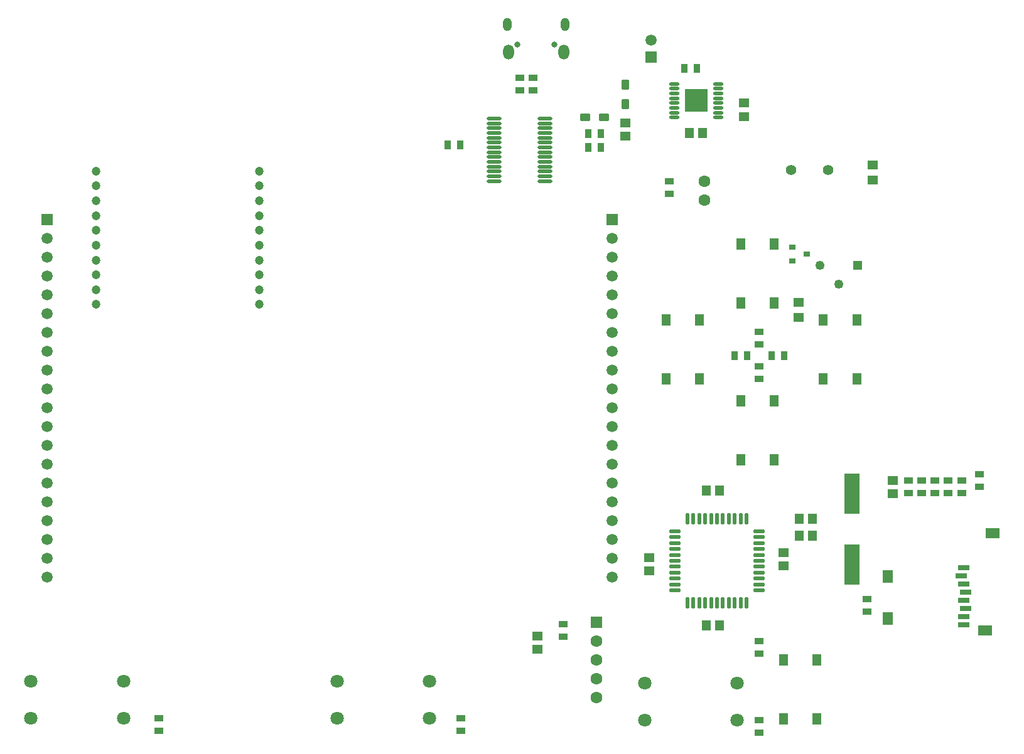
<source format=gbr>
%TF.GenerationSoftware,Altium Limited,Altium Designer,21.6.1 (37)*%
G04 Layer_Color=255*
%FSLAX43Y43*%
%MOMM*%
%TF.SameCoordinates,2DC9C271-DD38-4FBD-9B37-034AA9505664*%
%TF.FilePolarity,Positive*%
%TF.FileFunction,Pads,Top*%
%TF.Part,Single*%
G01*
G75*
%TA.AperFunction,SMDPad,CuDef*%
%ADD10R,1.300X1.550*%
G04:AMPARAMS|DCode=11|XSize=1.4mm|YSize=1mm|CornerRadius=0.2mm|HoleSize=0mm|Usage=FLASHONLY|Rotation=90.000|XOffset=0mm|YOffset=0mm|HoleType=Round|Shape=RoundedRectangle|*
%AMROUNDEDRECTD11*
21,1,1.400,0.600,0,0,90.0*
21,1,1.000,1.000,0,0,90.0*
1,1,0.400,0.300,0.500*
1,1,0.400,0.300,-0.500*
1,1,0.400,-0.300,-0.500*
1,1,0.400,-0.300,0.500*
%
%ADD11ROUNDEDRECTD11*%
%ADD12R,1.400X1.200*%
%ADD13R,1.450X1.200*%
%ADD14R,2.000X5.500*%
%ADD15R,1.300X0.850*%
%ADD16R,1.500X0.800*%
%ADD17R,1.900X1.400*%
%ADD18R,1.400X1.800*%
%ADD19O,1.600X0.550*%
%ADD20O,0.550X1.600*%
G04:AMPARAMS|DCode=21|XSize=1.4mm|YSize=1mm|CornerRadius=0.2mm|HoleSize=0mm|Usage=FLASHONLY|Rotation=0.000|XOffset=0mm|YOffset=0mm|HoleType=Round|Shape=RoundedRectangle|*
%AMROUNDEDRECTD21*
21,1,1.400,0.600,0,0,0.0*
21,1,1.000,1.000,0,0,0.0*
1,1,0.400,0.500,-0.300*
1,1,0.400,-0.500,-0.300*
1,1,0.400,-0.500,0.300*
1,1,0.400,0.500,0.300*
%
%ADD21ROUNDEDRECTD21*%
%ADD22O,1.400X0.450*%
%ADD23R,3.100X3.100*%
%ADD24O,2.000X0.450*%
%ADD25R,0.900X0.800*%
%ADD26R,0.850X1.300*%
%ADD27R,1.200X1.400*%
%TA.AperFunction,ComponentPad*%
%ADD31R,1.500X1.500*%
%ADD32C,1.500*%
%ADD33C,1.200*%
%ADD34C,1.600*%
%ADD35C,1.400*%
%ADD36C,1.800*%
%ADD37R,1.600X1.600*%
%ADD38R,1.250X1.250*%
%ADD39C,1.250*%
%ADD40C,0.800*%
%ADD41O,1.150X1.800*%
%ADD42O,1.450X2.000*%
D10*
X121641Y56870D02*
D03*
X126141Y64820D02*
D03*
X121641D02*
D03*
X126141Y56870D02*
D03*
X142841D02*
D03*
X147341Y64820D02*
D03*
Y56870D02*
D03*
X142841Y64820D02*
D03*
X141991Y18868D02*
D03*
X137491Y10918D02*
D03*
Y18868D02*
D03*
X141991Y10918D02*
D03*
X131711Y67100D02*
D03*
X136211Y75050D02*
D03*
X131711D02*
D03*
X136211Y67100D02*
D03*
Y45900D02*
D03*
X131711Y53850D02*
D03*
X136211D02*
D03*
X131711Y45900D02*
D03*
D11*
X116100Y93900D02*
D03*
Y96500D02*
D03*
D12*
X116100Y91416D02*
D03*
Y89616D02*
D03*
X119387Y32725D02*
D03*
Y30925D02*
D03*
X152200Y41350D02*
D03*
Y43150D02*
D03*
X137491Y33369D02*
D03*
Y31569D02*
D03*
X104250Y22150D02*
D03*
Y20350D02*
D03*
X132164Y92259D02*
D03*
Y94059D02*
D03*
D13*
X139500Y65125D02*
D03*
Y67125D02*
D03*
X149500Y85700D02*
D03*
Y83700D02*
D03*
D14*
X146691Y41300D02*
D03*
Y31800D02*
D03*
D15*
X161500Y43100D02*
D03*
Y41400D02*
D03*
X159700Y43100D02*
D03*
Y41400D02*
D03*
X157899Y43100D02*
D03*
Y41400D02*
D03*
X156099Y43100D02*
D03*
Y41400D02*
D03*
X148750Y27100D02*
D03*
Y25400D02*
D03*
X134150Y9050D02*
D03*
Y10750D02*
D03*
X122034Y83475D02*
D03*
Y81775D02*
D03*
X154299Y41400D02*
D03*
Y43100D02*
D03*
X163900Y43950D02*
D03*
Y42250D02*
D03*
X94000Y11035D02*
D03*
Y9335D02*
D03*
X53250Y11035D02*
D03*
Y9335D02*
D03*
X134161Y56795D02*
D03*
Y58495D02*
D03*
X134150Y21408D02*
D03*
Y19708D02*
D03*
X134161Y63155D02*
D03*
Y61455D02*
D03*
X107750Y23700D02*
D03*
Y22000D02*
D03*
X103683Y95800D02*
D03*
Y97500D02*
D03*
X101883Y95800D02*
D03*
Y97500D02*
D03*
D16*
X161800Y31340D02*
D03*
X161400Y30240D02*
D03*
X161800Y29140D02*
D03*
X162000Y28040D02*
D03*
X161800Y26940D02*
D03*
X162000Y25840D02*
D03*
X161800Y24740D02*
D03*
Y23640D02*
D03*
D17*
X165650Y36000D02*
D03*
X164650Y22850D02*
D03*
D18*
X151500Y30150D02*
D03*
Y24450D02*
D03*
D19*
X122850Y36275D02*
D03*
Y35475D02*
D03*
Y34675D02*
D03*
Y33875D02*
D03*
Y33075D02*
D03*
Y32275D02*
D03*
Y31475D02*
D03*
Y30675D02*
D03*
Y29875D02*
D03*
Y29075D02*
D03*
Y28275D02*
D03*
X134150D02*
D03*
Y29075D02*
D03*
Y29875D02*
D03*
Y30675D02*
D03*
Y31475D02*
D03*
Y32275D02*
D03*
Y33075D02*
D03*
Y33875D02*
D03*
Y34675D02*
D03*
Y35475D02*
D03*
Y36275D02*
D03*
D20*
X124500Y26625D02*
D03*
X125300D02*
D03*
X126100D02*
D03*
X126900D02*
D03*
X127700D02*
D03*
X128500D02*
D03*
X129300D02*
D03*
X130100D02*
D03*
X130900D02*
D03*
X131700D02*
D03*
X132500D02*
D03*
Y37925D02*
D03*
X131700D02*
D03*
X130900D02*
D03*
X130100D02*
D03*
X129300D02*
D03*
X128500D02*
D03*
X127700D02*
D03*
X126900D02*
D03*
X126100D02*
D03*
X125300D02*
D03*
X124500D02*
D03*
D21*
X113300Y92100D02*
D03*
X110700D02*
D03*
D22*
X122734Y92759D02*
D03*
Y92109D02*
D03*
Y94059D02*
D03*
Y93409D02*
D03*
Y94709D02*
D03*
Y95359D02*
D03*
Y96009D02*
D03*
Y96659D02*
D03*
X128634Y92759D02*
D03*
Y92109D02*
D03*
Y93409D02*
D03*
Y94059D02*
D03*
Y94709D02*
D03*
Y95359D02*
D03*
Y96009D02*
D03*
Y96659D02*
D03*
D23*
X125684Y94384D02*
D03*
D24*
X105333Y83525D02*
D03*
Y84175D02*
D03*
Y84825D02*
D03*
Y85475D02*
D03*
Y86125D02*
D03*
Y86775D02*
D03*
Y87425D02*
D03*
Y88075D02*
D03*
Y88725D02*
D03*
Y89375D02*
D03*
Y90025D02*
D03*
Y90675D02*
D03*
Y91325D02*
D03*
Y91975D02*
D03*
X98433Y83525D02*
D03*
Y84175D02*
D03*
Y84825D02*
D03*
Y85475D02*
D03*
Y86125D02*
D03*
Y86775D02*
D03*
Y87425D02*
D03*
Y88075D02*
D03*
Y88725D02*
D03*
Y89375D02*
D03*
Y90025D02*
D03*
Y90675D02*
D03*
Y91325D02*
D03*
Y91975D02*
D03*
D25*
X140630Y73689D02*
D03*
X138630Y74639D02*
D03*
Y72739D02*
D03*
D26*
X130861Y59985D02*
D03*
X132561D02*
D03*
X137600D02*
D03*
X135900D02*
D03*
X124134Y98750D02*
D03*
X125834D02*
D03*
X93900Y88400D02*
D03*
X92200D02*
D03*
X111150Y88075D02*
D03*
X112850D02*
D03*
X112850Y89900D02*
D03*
X111150D02*
D03*
D27*
X128875Y41750D02*
D03*
X127075D02*
D03*
X127075Y23550D02*
D03*
X128875D02*
D03*
X139600Y37925D02*
D03*
X141400D02*
D03*
X139600Y35669D02*
D03*
X141400D02*
D03*
X124795Y90009D02*
D03*
X126595D02*
D03*
D31*
X38131Y78295D02*
D03*
X119600Y100260D02*
D03*
X114341Y78295D02*
D03*
D32*
X38131Y75755D02*
D03*
Y73215D02*
D03*
Y70675D02*
D03*
Y68135D02*
D03*
Y65595D02*
D03*
Y63055D02*
D03*
Y60515D02*
D03*
Y57975D02*
D03*
Y55435D02*
D03*
Y52895D02*
D03*
Y50355D02*
D03*
Y47815D02*
D03*
Y45275D02*
D03*
Y42735D02*
D03*
Y40195D02*
D03*
Y37655D02*
D03*
Y35115D02*
D03*
Y32575D02*
D03*
Y30035D02*
D03*
X119600Y102540D02*
D03*
X114341Y30035D02*
D03*
Y32575D02*
D03*
Y35115D02*
D03*
Y37655D02*
D03*
Y40195D02*
D03*
Y42735D02*
D03*
Y45275D02*
D03*
Y47815D02*
D03*
Y50355D02*
D03*
Y52895D02*
D03*
Y55435D02*
D03*
Y57975D02*
D03*
Y60515D02*
D03*
Y63055D02*
D03*
Y65595D02*
D03*
Y68135D02*
D03*
Y70675D02*
D03*
Y73215D02*
D03*
Y75755D02*
D03*
D33*
X44750Y84870D02*
D03*
Y82870D02*
D03*
Y80870D02*
D03*
Y78870D02*
D03*
Y76870D02*
D03*
Y72870D02*
D03*
Y68870D02*
D03*
Y66870D02*
D03*
X66750Y78870D02*
D03*
Y74870D02*
D03*
Y72870D02*
D03*
Y70870D02*
D03*
Y68870D02*
D03*
Y66870D02*
D03*
Y76870D02*
D03*
Y80870D02*
D03*
Y82870D02*
D03*
Y84870D02*
D03*
X44750Y70870D02*
D03*
Y74870D02*
D03*
D34*
X126821Y80975D02*
D03*
Y83515D02*
D03*
X112250Y21408D02*
D03*
Y18868D02*
D03*
Y16328D02*
D03*
Y13788D02*
D03*
D35*
X138520Y85000D02*
D03*
X143520D02*
D03*
D36*
X77251Y16035D02*
D03*
X89751Y11035D02*
D03*
Y16035D02*
D03*
X77251Y11035D02*
D03*
X118751Y15750D02*
D03*
X131251Y10750D02*
D03*
Y15750D02*
D03*
X118751Y10750D02*
D03*
X48501Y16035D02*
D03*
X36001Y11035D02*
D03*
X48501D02*
D03*
X36001Y16035D02*
D03*
D37*
X112250Y23948D02*
D03*
D38*
X147488Y72184D02*
D03*
D39*
X142408D02*
D03*
X144948Y69644D02*
D03*
D40*
X106600Y101950D02*
D03*
X101600D02*
D03*
D41*
X107975Y104700D02*
D03*
X100225D02*
D03*
D42*
X107825Y100900D02*
D03*
X100375D02*
D03*
%TF.MD5,5fbe5b2a4921b1d5b6d25cd43b36f525*%
M02*

</source>
